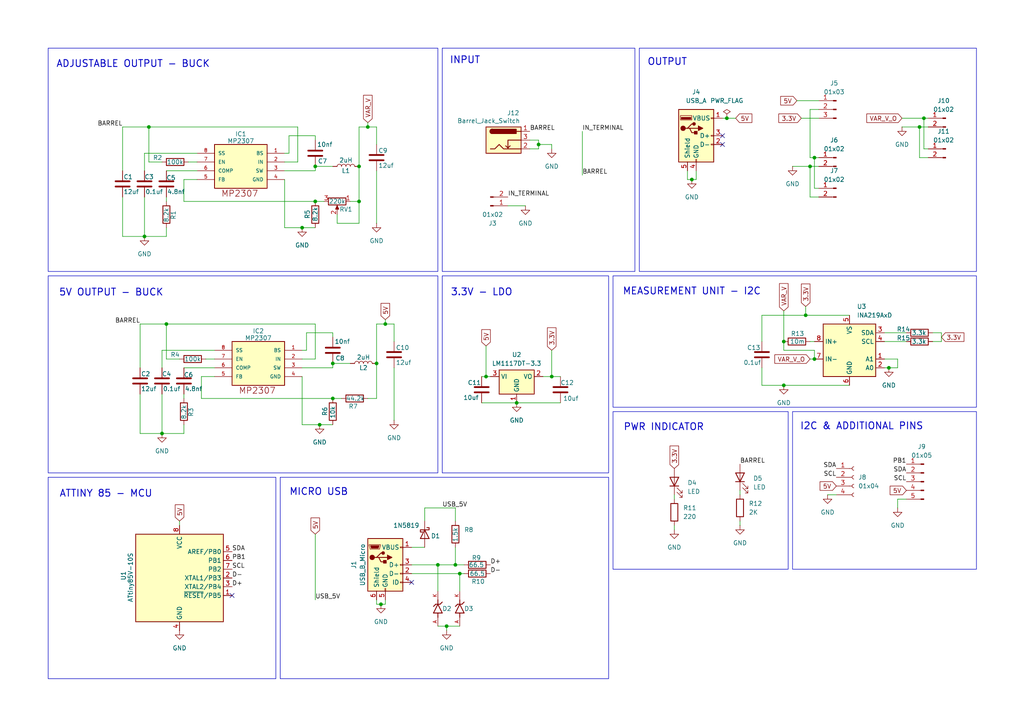
<source format=kicad_sch>
(kicad_sch (version 20250114) (generator "eeschema") (generator_version "9.0")
  (paper "A4")
  (title_block (title "OverEngineered - PSU ") (date "2025-12-28") (rev "V0") (company "KMT UNIVERSE") (comment 1 "OverEngineered BreadBoard Powersupply With Current and Voltage Measurement UNIT"))
  (lib_symbols
    (symbol "BZT52C3V6T-7:BZT52C3V6T-7" (pin_names (offset 1.016))
      (property "Reference" "D" (at -5.08 2.54 0))
      (property "Value" "BZT52C3V6T-7" (at -5.08 -3.81 0))
      (symbol "BZT52C3V6T-7_0_0"
        (pin passive line (at -5.08 0 0) (length 2.54) (name "~") (number "A"))
        (pin passive line (at 5.08 0 180) (length 2.54) (name "~") (number "K"))
      )
    )
    (symbol "Connector:Barrel_Jack_Switch" (pin_names (hide yes))
      (property "Reference" "J" (at 0 5.334 0))
      (property "Value" "Barrel_Jack_Switch" (at 0 -5.08 0))
      (symbol "Barrel_Jack_Switch_1_1"
        (pin passive line (at 7.62 2.54 180) (length 2.54) (name "~") (number "1"))
        (pin passive line (at 7.62 0 180) (length 2.54) (name "~") (number "3"))
        (pin passive line (at 7.62 -2.54 180) (length 2.54) (name "~") (number "2"))
      )
    )
    (symbol "Connector:Conn_01x02_Pin" (pin_names (offset 1.016) (hide yes))
      (property "Reference" "J" (at 0 2.54 0))
      (property "Value" "Conn_01x02_Pin" (at 0 -5.08 0))
      (symbol "Conn_01x02_Pin_1_1"
        (pin passive line (at 5.08 0 180) (length 3.81) (name "Pin_1") (number "1"))
        (pin passive line (at 5.08 -2.54 180) (length 3.81) (name "Pin_2") (number "2"))
      )
    )
    (symbol "Connector:Conn_01x03_Pin" (pin_names (offset 1.016) (hide yes))
      (property "Reference" "J" (at 0 5.08 0))
      (property "Value" "Conn_01x03_Pin" (at 0 -5.08 0))
      (symbol "Conn_01x03_Pin_1_1"
        (pin passive line (at 5.08 2.54 180) (length 3.81) (name "Pin_1") (number "1"))
        (pin passive line (at 5.08 0 180) (length 3.81) (name "Pin_2") (number "2"))
        (pin passive line (at 5.08 -2.54 180) (length 3.81) (name "Pin_3") (number "3"))
      )
    )
    (symbol "Connector:Conn_01x04_Socket" (pin_names (offset 1.016) (hide yes))
      (property "Reference" "J" (at 0 5.08 0))
      (property "Value" "Conn_01x04_Socket" (at 0 -7.62 0))
      (symbol "Conn_01x04_Socket_1_1"
        (pin passive line (at -5.08 2.54 0) (length 3.81) (name "Pin_1") (number "1"))
        (pin passive line (at -5.08 0 0) (length 3.81) (name "Pin_2") (number "2"))
        (pin passive line (at -5.08 -2.54 0) (length 3.81) (name "Pin_3") (number "3"))
        (pin passive line (at -5.08 -5.08 0) (length 3.81) (name "Pin_4") (number "4"))
      )
    )
    (symbol "Connector:Conn_01x05_Pin" (pin_names (offset 1.016) (hide yes))
      (property "Reference" "J" (at 0 7.62 0))
      (property "Value" "Conn_01x05_Pin" (at 0 -7.62 0))
      (symbol "Conn_01x05_Pin_1_1"
        (pin passive line (at 5.08 5.08 180) (length 3.81) (name "Pin_1") (number "1"))
        (pin passive line (at 5.08 2.54 180) (length 3.81) (name "Pin_2") (number "2"))
        (pin passive line (at 5.08 0 180) (length 3.81) (name "Pin_3") (number "3"))
        (pin passive line (at 5.08 -2.54 180) (length 3.81) (name "Pin_4") (number "4"))
        (pin passive line (at 5.08 -5.08 180) (length 3.81) (name "Pin_5") (number "5"))
      )
    )
    (symbol "Connector:USB_A" (pin_names (offset 1.016))
      (property "Reference" "J" (at -5.08 11.43 0))
      (property "Value" "USB_A" (at -5.08 8.89 0))
      (symbol "USB_A_1_1"
        (pin passive line (at -2.54 -10.16 90) (length 2.54) (name "Shield") (number "5"))
        (pin power_in line (at 0 -10.16 90) (length 2.54) (name "GND") (number "4"))
        (pin power_in line (at 7.62 5.08 180) (length 2.54) (name "VBUS") (number "1"))
        (pin bidirectional line (at 7.62 0 180) (length 2.54) (name "D+") (number "3"))
        (pin bidirectional line (at 7.62 -2.54 180) (length 2.54) (name "D-") (number "2"))
      )
    )
    (symbol "Connector:USB_B_Micro" (pin_names (offset 1.016))
      (property "Reference" "J" (at -5.08 11.43 0))
      (property "Value" "USB_B_Micro" (at -5.08 8.89 0))
      (symbol "USB_B_Micro_1_1"
        (pin passive line (at -2.54 -10.16 90) (length 2.54) (name "Shield") (number "6"))
        (pin power_out line (at 0 -10.16 90) (length 2.54) (name "GND") (number "5"))
        (pin power_out line (at 7.62 5.08 180) (length 2.54) (name "VBUS") (number "1"))
        (pin bidirectional line (at 7.62 0 180) (length 2.54) (name "D+") (number "3"))
        (pin bidirectional line (at 7.62 -2.54 180) (length 2.54) (name "D-") (number "2"))
        (pin passive line (at 7.62 -5.08 180) (length 2.54) (name "ID") (number "4"))
      )
    )
    (symbol "Device:C" (pin_numbers (hide yes)) (pin_names (offset 0.254))
      (property "Reference" "C" (at 0.635 2.54 0))
      (property "Value" "C" (at 0.635 -2.54 0))
      (symbol "C_1_1"
        (pin passive line (at 0 3.81 270) (length 2.794) (name "~") (number "1"))
        (pin passive line (at 0 -3.81 90) (length 2.794) (name "~") (number "2"))
      )
    )
    (symbol "Device:L" (pin_numbers (hide yes)) (pin_names (offset 1.016) (hide yes))
      (property "Reference" "L" (at -1.27 0 90))
      (property "Value" "L" (at 1.905 0 90))
      (symbol "L_1_1"
        (pin passive line (at 0 3.81 270) (length 1.27) (name "1") (number "1"))
        (pin passive line (at 0 -3.81 90) (length 1.27) (name "2") (number "2"))
      )
    )
    (symbol "Device:LED" (pin_numbers (hide yes)) (pin_names (offset 1.016) (hide yes))
      (property "Reference" "D" (at 0 2.54 0))
      (property "Value" "LED" (at 0 -2.54 0))
      (symbol "LED_1_1"
        (pin passive line (at -3.81 0 0) (length 2.54) (name "K") (number "1"))
        (pin passive line (at 3.81 0 180) (length 2.54) (name "A") (number "2"))
      )
    )
    (symbol "Device:R" (pin_numbers (hide yes)) (pin_names (offset 0))
      (property "Reference" "R" (at 2.032 0 90))
      (property "Value" "R" (at 0 0 90))
      (symbol "R_1_1"
        (pin passive line (at 0 3.81 270) (length 1.27) (name "~") (number "1"))
        (pin passive line (at 0 -3.81 90) (length 1.27) (name "~") (number "2"))
      )
    )
    (symbol "Device:R_Potentiometer" (pin_names (offset 1.016) (hide yes))
      (property "Reference" "RV" (at -4.445 0 90))
      (property "Value" "R_Potentiometer" (at -2.54 0 90))
      (symbol "R_Potentiometer_1_1"
        (pin passive line (at 0 3.81 270) (length 1.27) (name "1") (number "1"))
        (pin passive line (at 0 -3.81 90) (length 1.27) (name "3") (number "3"))
        (pin passive line (at 3.81 0 180) (length 1.27) (name "2") (number "2"))
      )
    )
    (symbol "Diode:1N5819" (pin_numbers (hide yes)) (pin_names (offset 1.016) (hide yes))
      (property "Reference" "D" (at 0 2.54 0))
      (property "Value" "1N5819" (at 0 -2.54 0))
      (symbol "1N5819_1_1"
        (pin passive line (at -3.81 0 0) (length 2.54) (name "K") (number "1"))
        (pin passive line (at 3.81 0 180) (length 2.54) (name "A") (number "2"))
      )
    )
    (symbol "MCU_Microchip_ATtiny:ATtiny85V-10S"
      (property "Reference" "U" (at -12.7 13.97 0))
      (property "Value" "ATtiny85V-10S" (at 2.54 -13.97 0))
      (symbol "ATtiny85V-10S_1_1"
        (pin power_in line (at 0 15.24 270) (length 2.54) (name "VCC") (number "8"))
        (pin power_in line (at 0 -15.24 90) (length 2.54) (name "GND") (number "4"))
        (pin bidirectional line (at 15.24 7.62 180) (length 2.54) (name "AREF/PB0") (number "5"))
        (pin bidirectional line (at 15.24 5.08 180) (length 2.54) (name "PB1") (number "6"))
        (pin bidirectional line (at 15.24 2.54 180) (length 2.54) (name "PB2") (number "7"))
        (pin bidirectional line (at 15.24 0 180) (length 2.54) (name "XTAL1/PB3") (number "2"))
        (pin bidirectional line (at 15.24 -2.54 180) (length 2.54) (name "XTAL2/PB4") (number "3"))
        (pin bidirectional line (at 15.24 -5.08 180) (length 2.54) (name "~{RESET}/PB5") (number "1"))
      )
    )
    (symbol "MP2307:MP2307" (pin_names (offset 1.016))
      (property "Reference" "IC" (at 0 0 0))
      (property "Value" "MP2307" (at -5.08 7.62 0))
      (symbol "MP2307_0_0"
        (text "MP2307" (at -5.08 -7.62 0) (effects (font (size 1.778 1.778)) (justify left bottom)))
        (pin bidirectional line (at -12.7 5.08 0) (length 5.08) (name "BS") (number "1"))
        (pin bidirectional line (at -12.7 2.54 0) (length 5.08) (name "IN") (number "2"))
        (pin bidirectional line (at -12.7 0 0) (length 5.08) (name "SW") (number "3"))
        (pin bidirectional line (at -12.7 -2.54 0) (length 5.08) (name "GND") (number "4"))
        (pin bidirectional line (at 12.7 5.08 180) (length 5.08) (name "SS") (number "8"))
        (pin bidirectional line (at 12.7 2.54 180) (length 5.08) (name "EN") (number "7"))
        (pin bidirectional line (at 12.7 0 180) (length 5.08) (name "COMP") (number "6"))
        (pin bidirectional line (at 12.7 -2.54 180) (length 5.08) (name "FB") (number "5"))
      )
    )
    (symbol "Regulator_Linear:LM1117DT-3.3"
      (property "Reference" "U" (at -3.81 3.175 0))
      (property "Value" "LM1117DT-3.3" (at 0 3.175 0))
      (symbol "LM1117DT-3.3_1_1"
        (pin power_in line (at -7.62 0 0) (length 2.54) (name "VI") (number "3"))
        (pin power_in line (at 0 -7.62 90) (length 2.54) (name "GND") (number "1"))
        (pin power_out line (at 7.62 0 180) (length 2.54) (name "VO") (number "2"))
      )
    )
    (symbol "Sensor_Energy:INA219AxD"
      (property "Reference" "U" (at -6.35 8.89 0))
      (property "Value" "INA219AxD" (at 5.08 8.89 0))
      (symbol "INA219AxD_1_1"
        (pin input line (at -10.16 2.54 0) (length 2.54) (name "IN+") (number "8"))
        (pin input line (at -10.16 -2.54 0) (length 2.54) (name "IN-") (number "7"))
        (pin power_in line (at 0 10.16 270) (length 2.54) (name "VS") (number "5"))
        (pin power_in line (at 0 -10.16 90) (length 2.54) (name "GND") (number "6"))
        (pin bidirectional line (at 10.16 5.08 180) (length 2.54) (name "SDA") (number "3"))
        (pin input line (at 10.16 2.54 180) (length 2.54) (name "SCL") (number "4"))
        (pin input line (at 10.16 -2.54 180) (length 2.54) (name "A1") (number "1"))
        (pin input line (at 10.16 -5.08 180) (length 2.54) (name "A0") (number "2"))
      )
    )
    (symbol "power:GND" (power) (pin_numbers (hide yes)) (pin_names (offset 0) (hide yes))
      (property "Value" "GND" (at 0 -3.81 0))
      (symbol "GND_1_1"
        (pin power_in line (at 0 0 270) (length 0) (name "~") (number "1"))
      )
    )
    (symbol "power:PWR_FLAG" (power) (pin_numbers (hide yes)) (pin_names (offset 0) (hide yes))
      (property "Value" "PWR_FLAG" (at 0 3.81 0))
      (symbol "PWR_FLAG_0_0"
        (pin power_out line (at 0 0 90) (length 0) (name "~") (number "1"))
      )
    )
  )
  (rectangle (start 177.8 119.38) (end 228.6 165.1))
  (rectangle (start 13.97 13.97) (end 127 78.74))
  (rectangle (start 13.97 138.43) (end 80.01 196.85))
  (rectangle (start 128.27 13.97) (end 184.15 78.74))
  (rectangle (start 229.87 119.38) (end 283.21 165.1))
  (rectangle (start 185.42 13.97) (end 283.21 78.74))
  (rectangle (start 128.27 80.01) (end 176.53 137.16))
  (rectangle (start 81.28 138.43) (end 176.53 196.85))
  (rectangle (start 13.97 80.01) (end 127 137.16))
  (rectangle (start 177.8 80.01) (end 283.21 118.11))
  (text "MICRO USB\n" (at 92.456 142.748 0) (effects (font (size 2 2) (thickness 0.254) (bold yes))))
  (text "INPUT " (at 135.636 17.526 0) (effects (font (size 2 2) (thickness 0.254) (bold yes))))
  (text "3.3V - LDO\n" (at 139.7 84.836 0) (effects (font (size 2 2) (thickness 0.254) (bold yes))))
  (text "PWR INDICATOR\n" (at 192.532 123.952 0) (effects (font (size 2 2) (thickness 0.254) (bold yes))))
  (text "ADJUSTABLE OUTPUT - BUCK\n\n " (at 38.608 21.844 0) (effects (font (size 2 2) (thickness 0.254) (bold yes))))
  (text "MEASUREMENT UNIT - I2C" (at 200.66 84.582 0) (effects (font (size 2 2) (thickness 0.254) (bold yes))))
  (text "I2C & ADDITIONAL PINS" (at 249.936 123.698 0) (effects (font (size 2 2) (thickness 0.254) (bold yes))))
  (text "5V OUTPUT - BUCK\n\n " (at 32.258 88.138 0) (effects (font (size 2 2) (thickness 0.254) (bold yes))))
  (text "OUTPUT\n" (at 193.548 18.034 0) (effects (font (size 2 2) (thickness 0.254) (bold yes))))
  (text "ATTINY 85 - MCU\n" (at 30.734 143.256 0) (effects (font (size 2 2) (thickness 0.254) (bold yes))))
  (junction (at 234.95 48.26))
  (junction (at 236.22 45.72))
  (junction (at 87.63 66.04))
  (junction (at 200.66 52.07))
  (junction (at 92.71 123.19))
  (junction (at 91.44 58.42))
  (junction (at 267.97 34.29))
  (junction (at 104.14 58.42))
  (junction (at 110.49 175.26))
  (junction (at 46.99 125.73))
  (junction (at 109.22 105.41))
  (junction (at 96.52 115.57))
  (junction (at 227.33 111.76))
  (junction (at 160.02 109.22))
  (junction (at 132.08 163.83))
  (junction (at 133.35 166.37))
  (junction (at 233.68 91.44))
  (junction (at 266.7 36.83))
  (junction (at 104.14 48.26))
  (junction (at 210.82 34.29))
  (junction (at 227.33 99.06))
  (junction (at 156.21 41.91))
  (junction (at 236.22 104.14))
  (junction (at 127 163.83))
  (junction (at 91.44 48.26))
  (junction (at 48.26 93.98))
  (junction (at 41.91 68.58))
  (junction (at 149.86 116.84))
  (junction (at 96.52 105.41))
  (junction (at 106.68 36.83))
  (junction (at 129.54 181.61))
  (junction (at 43.18 36.83))
  (junction (at 140.97 109.22))
  (junction (at 111.76 93.98))
  (junction (at 257.81 106.68))
  (no_connect (at 209.55 39.37))
  (no_connect (at 67.31 172.72))
  (no_connect (at 119.38 168.91))
  (no_connect (at 209.55 41.91))
  (wire (pts (xy 58.42 115.57) (xy 96.52 115.57)))
  (wire (pts (xy 260.35 104.14) (xy 260.35 106.68)))
  (wire (pts (xy 106.68 35.56) (xy 106.68 36.83)))
  (wire (pts (xy 156.21 41.91) (xy 160.02 41.91)))
  (wire (pts (xy 83.82 44.45) (xy 83.82 39.37)))
  (wire (pts (xy 267.97 43.18) (xy 269.24 43.18)))
  (wire (pts (xy 53.34 58.42) (xy 91.44 58.42)))
  (wire (pts (xy 210.82 34.29) (xy 213.36 34.29)))
  (wire (pts (xy 266.7 45.72) (xy 269.24 45.72)))
  (wire (pts (xy 91.44 39.37) (xy 91.44 40.64)))
  (wire (pts (xy 168.91 38.1) (xy 168.91 50.8)))
  (wire (pts (xy 195.58 152.4) (xy 195.58 153.67)))
  (wire (pts (xy 82.55 44.45) (xy 83.82 44.45)))
  (wire (pts (xy 127 163.83) (xy 127 171.45)))
  (wire (pts (xy 48.26 49.53) (xy 57.15 49.53)))
  (wire (pts (xy 96.52 115.57) (xy 99.06 115.57)))
  (wire (pts (xy 58.42 109.22) (xy 58.42 115.57)))
  (wire (pts (xy 101.6 58.42) (xy 104.14 58.42)))
  (wire (pts (xy 129.54 181.61) (xy 129.54 182.88)))
  (wire (pts (xy 104.14 64.77) (xy 97.79 64.77)))
  (wire (pts (xy 132.08 147.32) (xy 123.19 147.32)))
  (wire (pts (xy 41.91 68.58) (xy 48.26 68.58)))
  (wire (pts (xy 82.55 52.07) (xy 82.55 66.04)))
  (wire (pts (xy 111.76 92.71) (xy 111.76 93.98)))
  (wire (pts (xy 43.18 46.99) (xy 46.99 46.99)))
  (wire (pts (xy 227.33 111.76) (xy 220.98 111.76)))
  (wire (pts (xy 87.63 106.68) (xy 96.52 106.68)))
  (wire (pts (xy 234.95 31.75) (xy 234.95 45.72)))
  (wire (pts (xy 111.76 175.26) (xy 111.76 173.99)))
  (wire (pts (xy 127 163.83) (xy 132.08 163.83)))
  (wire (pts (xy 261.62 34.29) (xy 267.97 34.29)))
  (wire (pts (xy 246.38 111.76) (xy 227.33 111.76)))
  (wire (pts (xy 53.34 123.19) (xy 53.34 125.73)))
  (wire (pts (xy 106.68 115.57) (xy 109.22 115.57)))
  (wire (pts (xy 87.63 109.22) (xy 87.63 123.19)))
  (wire (pts (xy 91.44 49.53) (xy 91.44 48.26)))
  (wire (pts (xy 109.22 175.26) (xy 110.49 175.26)))
  (wire (pts (xy 123.19 147.32) (xy 123.19 151.13)))
  (wire (pts (xy 233.68 88.9) (xy 233.68 91.44)))
  (wire (pts (xy 104.14 58.42) (xy 104.14 64.77)))
  (wire (pts (xy 109.22 36.83) (xy 106.68 36.83)))
  (wire (pts (xy 53.34 114.3) (xy 53.34 115.57)))
  (wire (pts (xy 96.52 123.19) (xy 92.71 123.19)))
  (wire (pts (xy 256.54 99.06) (xy 262.89 99.06)))
  (wire (pts (xy 114.3 106.68) (xy 114.3 121.92)))
  (wire (pts (xy 41.91 44.45) (xy 57.15 44.45)))
  (wire (pts (xy 149.86 116.84) (xy 162.56 116.84)))
  (wire (pts (xy 139.7 116.84) (xy 149.86 116.84)))
  (wire (pts (xy 91.44 66.04) (xy 87.63 66.04)))
  (wire (pts (xy 91.44 93.98) (xy 48.26 93.98)))
  (wire (pts (xy 237.49 31.75) (xy 234.95 31.75)))
  (wire (pts (xy 260.35 106.68) (xy 257.81 106.68)))
  (wire (pts (xy 229.87 48.26) (xy 234.95 48.26)))
  (wire (pts (xy 156.21 43.18) (xy 153.67 43.18)))
  (wire (pts (xy 104.14 36.83) (xy 104.14 48.26)))
  (wire (pts (xy 246.38 91.44) (xy 233.68 91.44)))
  (wire (pts (xy 110.49 175.26) (xy 111.76 175.26)))
  (wire (pts (xy 220.98 111.76) (xy 220.98 106.68)))
  (wire (pts (xy 273.05 99.06) (xy 270.51 99.06)))
  (wire (pts (xy 53.34 106.68) (xy 62.23 106.68)))
  (wire (pts (xy 140.97 109.22) (xy 142.24 109.22)))
  (wire (pts (xy 234.95 99.06) (xy 236.22 99.06)))
  (wire (pts (xy 91.44 48.26) (xy 96.52 48.26)))
  (wire (pts (xy 87.63 101.6) (xy 88.9 101.6)))
  (wire (pts (xy 91.44 58.42) (xy 93.98 58.42)))
  (wire (pts (xy 257.81 106.68) (xy 256.54 106.68)))
  (wire (pts (xy 227.33 101.6) (xy 236.22 101.6)))
  (wire (pts (xy 147.32 59.69) (xy 152.4 59.69)))
  (wire (pts (xy 200.66 52.07) (xy 199.39 52.07)))
  (wire (pts (xy 214.63 142.24) (xy 214.63 143.51)))
  (wire (pts (xy 41.91 44.45) (xy 41.91 49.53)))
  (wire (pts (xy 46.99 101.6) (xy 62.23 101.6)))
  (wire (pts (xy 140.97 100.33) (xy 140.97 109.22)))
  (wire (pts (xy 201.93 52.07) (xy 200.66 52.07)))
  (wire (pts (xy 43.18 36.83) (xy 43.18 46.99)))
  (wire (pts (xy 87.63 66.04) (xy 82.55 66.04)))
  (wire (pts (xy 96.52 105.41) (xy 101.6 105.41)))
  (wire (pts (xy 133.35 166.37) (xy 134.62 166.37)))
  (wire (pts (xy 133.35 166.37) (xy 133.35 171.45)))
  (wire (pts (xy 43.18 36.83) (xy 35.56 36.83)))
  (wire (pts (xy 201.93 49.53) (xy 201.93 52.07)))
  (wire (pts (xy 156.21 40.64) (xy 156.21 41.91)))
  (wire (pts (xy 46.99 101.6) (xy 46.99 106.68)))
  (wire (pts (xy 53.34 52.07) (xy 53.34 58.42)))
  (wire (pts (xy 260.35 144.78) (xy 262.89 144.78)))
  (wire (pts (xy 132.08 163.83) (xy 134.62 163.83)))
  (wire (pts (xy 236.22 45.72) (xy 237.49 45.72)))
  (wire (pts (xy 86.36 46.99) (xy 86.36 36.83)))
  (wire (pts (xy 266.7 36.83) (xy 266.7 45.72)))
  (wire (pts (xy 119.38 163.83) (xy 127 163.83)))
  (wire (pts (xy 96.52 96.52) (xy 96.52 97.79)))
  (wire (pts (xy 220.98 91.44) (xy 220.98 99.06)))
  (wire (pts (xy 156.21 41.91) (xy 156.21 43.18)))
  (wire (pts (xy 114.3 93.98) (xy 111.76 93.98)))
  (wire (pts (xy 266.7 36.83) (xy 269.24 36.83)))
  (wire (pts (xy 240.03 143.51) (xy 242.57 143.51)))
  (wire (pts (xy 234.95 57.15) (xy 237.49 57.15)))
  (wire (pts (xy 97.79 64.77) (xy 97.79 62.23)))
  (wire (pts (xy 236.22 101.6) (xy 236.22 104.14)))
  (wire (pts (xy 232.41 34.29) (xy 237.49 34.29)))
  (wire (pts (xy 227.33 99.06) (xy 227.33 101.6)))
  (wire (pts (xy 199.39 52.07) (xy 199.39 49.53)))
  (wire (pts (xy 52.07 151.13) (xy 52.07 152.4)))
  (wire (pts (xy 109.22 105.41) (xy 109.22 115.57)))
  (wire (pts (xy 236.22 45.72) (xy 236.22 54.61)))
  (wire (pts (xy 46.99 114.3) (xy 46.99 125.73)))
  (wire (pts (xy 127 181.61) (xy 129.54 181.61)))
  (wire (pts (xy 132.08 158.75) (xy 132.08 163.83)))
  (wire (pts (xy 234.95 48.26) (xy 237.49 48.26)))
  (wire (pts (xy 267.97 34.29) (xy 267.97 43.18)))
  (wire (pts (xy 273.05 96.52) (xy 273.05 99.06)))
  (wire (pts (xy 91.44 104.14) (xy 91.44 93.98)))
  (wire (pts (xy 40.64 125.73) (xy 46.99 125.73)))
  (wire (pts (xy 40.64 93.98) (xy 40.64 106.68)))
  (wire (pts (xy 227.33 90.17) (xy 227.33 99.06)))
  (wire (pts (xy 54.61 46.99) (xy 57.15 46.99)))
  (wire (pts (xy 104.14 48.26) (xy 104.14 58.42)))
  (wire (pts (xy 109.22 93.98) (xy 109.22 105.41)))
  (wire (pts (xy 35.56 68.58) (xy 41.91 68.58)))
  (wire (pts (xy 256.54 96.52) (xy 262.89 96.52)))
  (wire (pts (xy 157.48 109.22) (xy 160.02 109.22)))
  (wire (pts (xy 48.26 66.04) (xy 48.26 68.58)))
  (wire (pts (xy 109.22 41.91) (xy 109.22 36.83)))
  (wire (pts (xy 91.44 154.94) (xy 91.44 173.99)))
  (wire (pts (xy 270.51 96.52) (xy 273.05 96.52)))
  (wire (pts (xy 88.9 96.52) (xy 96.52 96.52)))
  (wire (pts (xy 233.68 91.44) (xy 220.98 91.44)))
  (wire (pts (xy 153.67 40.64) (xy 156.21 40.64)))
  (wire (pts (xy 35.56 57.15) (xy 35.56 68.58)))
  (wire (pts (xy 40.64 114.3) (xy 40.64 125.73)))
  (wire (pts (xy 48.26 93.98) (xy 40.64 93.98)))
  (wire (pts (xy 129.54 181.61) (xy 133.35 181.61)))
  (wire (pts (xy 236.22 54.61) (xy 237.49 54.61)))
  (wire (pts (xy 234.95 45.72) (xy 236.22 45.72)))
  (wire (pts (xy 160.02 41.91) (xy 160.02 43.18)))
  (wire (pts (xy 86.36 36.83) (xy 43.18 36.83)))
  (wire (pts (xy 261.62 36.83) (xy 266.7 36.83)))
  (wire (pts (xy 109.22 49.53) (xy 109.22 64.77)))
  (wire (pts (xy 57.15 52.07) (xy 53.34 52.07)))
  (wire (pts (xy 92.71 123.19) (xy 87.63 123.19)))
  (wire (pts (xy 59.69 104.14) (xy 62.23 104.14)))
  (wire (pts (xy 87.63 104.14) (xy 91.44 104.14)))
  (wire (pts (xy 119.38 158.75) (xy 123.19 158.75)))
  (wire (pts (xy 109.22 173.99) (xy 109.22 175.26)))
  (wire (pts (xy 195.58 143.51) (xy 195.58 144.78)))
  (wire (pts (xy 114.3 99.06) (xy 114.3 93.98)))
  (wire (pts (xy 41.91 57.15) (xy 41.91 68.58)))
  (wire (pts (xy 48.26 93.98) (xy 48.26 104.14)))
  (wire (pts (xy 234.95 104.14) (xy 236.22 104.14)))
  (wire (pts (xy 106.68 36.83) (xy 104.14 36.83)))
  (wire (pts (xy 160.02 109.22) (xy 162.56 109.22)))
  (wire (pts (xy 82.55 49.53) (xy 91.44 49.53)))
  (wire (pts (xy 267.97 34.29) (xy 269.24 34.29)))
  (wire (pts (xy 83.82 39.37) (xy 91.44 39.37)))
  (wire (pts (xy 260.35 147.32) (xy 260.35 144.78)))
  (wire (pts (xy 234.95 48.26) (xy 234.95 57.15)))
  (wire (pts (xy 214.63 151.13) (xy 214.63 152.4)))
  (wire (pts (xy 48.26 104.14) (xy 52.07 104.14)))
  (wire (pts (xy 62.23 109.22) (xy 58.42 109.22)))
  (wire (pts (xy 209.55 34.29) (xy 210.82 34.29)))
  (wire (pts (xy 256.54 104.14) (xy 260.35 104.14)))
  (wire (pts (xy 35.56 36.83) (xy 35.56 49.53)))
  (wire (pts (xy 48.26 57.15) (xy 48.26 58.42)))
  (wire (pts (xy 46.99 125.73) (xy 53.34 125.73)))
  (wire (pts (xy 96.52 106.68) (xy 96.52 105.41)))
  (wire (pts (xy 111.76 93.98) (xy 109.22 93.98)))
  (wire (pts (xy 139.7 109.22) (xy 140.97 109.22)))
  (wire (pts (xy 160.02 101.6) (xy 160.02 109.22)))
  (wire (pts (xy 132.08 151.13) (xy 132.08 147.32)))
  (wire (pts (xy 82.55 46.99) (xy 86.36 46.99)))
  (wire (pts (xy 88.9 101.6) (xy 88.9 96.52)))
  (wire (pts (xy 119.38 166.37) (xy 133.35 166.37)))
  (wire (pts (xy 231.14 29.21) (xy 237.49 29.21)))
  (label "USB_5V" (at 128.27 147.32 0))
  (label "BARREL" (at 153.67 38.1 0))
  (label "SCL" (at 67.31 165.1 0))
  (label "D-" (at 67.31 167.64 0))
  (label "D-" (at 142.24 166.37 0))
  (label "SDA" (at 67.31 160.02 0))
  (label "IN_TERMINAL" (at 147.32 57.15 0))
  (label "SCL" (at 242.57 138.43 180))
  (label "BARREL" (at 35.56 36.83 180))
  (label "SDA" (at 242.57 135.89 180))
  (label "IN_TERMINAL" (at 168.91 38.1 0))
  (label "SDA" (at 262.89 137.16 180))
  (label "USB_5V" (at 91.44 173.99 0))
  (label "SCL" (at 262.89 139.7 180))
  (label "PB1" (at 67.31 162.56 0))
  (label "PB1" (at 262.89 134.62 180))
  (label "D+" (at 67.31 170.18 0))
  (label "BARREL" (at 40.64 93.98 180))
  (label "D+" (at 142.24 163.83 0))
  (label "BARREL" (at 214.63 134.62 0))
  (label "BARREL" (at 168.91 50.8 0))
  (global_label "VAR_V_O" (shape input) (at 234.95 104.14 180) (property "Intersheetrefs" "${INTERSHEET_REFS}" (effects (hide yes))))
  (global_label "5V" (shape input) (at 52.07 151.13 90) (property "Intersheetrefs" "${INTERSHEET_REFS}" (effects (hide yes))))
  (global_label "5V" (shape input) (at 231.14 29.21 180) (property "Intersheetrefs" "${INTERSHEET_REFS}" (effects (hide yes))))
  (global_label "3.3V" (shape input) (at 273.05 97.79 0) (property "Intersheetrefs" "${INTERSHEET_REFS}" (effects (hide yes))))
  (global_label "5V" (shape input) (at 140.97 100.33 90) (property "Intersheetrefs" "${INTERSHEET_REFS}" (effects (hide yes))))
  (global_label "5V" (shape input) (at 91.44 154.94 90) (property "Intersheetrefs" "${INTERSHEET_REFS}" (effects (hide yes))))
  (global_label "3.3V" (shape input) (at 233.68 88.9 90) (property "Intersheetrefs" "${INTERSHEET_REFS}" (effects (hide yes))))
  (global_label "5V" (shape input) (at 111.76 92.71 90) (property "Intersheetrefs" "${INTERSHEET_REFS}" (effects (hide yes))))
  (global_label "VAR_V" (shape input) (at 106.68 35.56 90) (property "Intersheetrefs" "${INTERSHEET_REFS}" (effects (hide yes))))
  (global_label "3.3V" (shape input) (at 232.41 34.29 180) (property "Intersheetrefs" "${INTERSHEET_REFS}" (effects (hide yes))))
  (global_label "5V" (shape input) (at 213.36 34.29 0) (property "Intersheetrefs" "${INTERSHEET_REFS}" (effects (hide yes))))
  (global_label "5V" (shape input) (at 242.57 140.97 180) (property "Intersheetrefs" "${INTERSHEET_REFS}" (effects (hide yes))))
  (global_label "VAR_V_O" (shape input) (at 261.62 34.29 180) (property "Intersheetrefs" "${INTERSHEET_REFS}" (effects (hide yes))))
  (global_label "3.3V" (shape input) (at 195.58 135.89 90) (property "Intersheetrefs" "${INTERSHEET_REFS}" (effects (hide yes))))
  (global_label "5V" (shape input) (at 262.89 142.24 180) (property "Intersheetrefs" "${INTERSHEET_REFS}" (effects (hide yes))))
  (global_label "VAR_V" (shape input) (at 227.33 90.17 90) (property "Intersheetrefs" "${INTERSHEET_REFS}" (effects (hide yes))))
  (global_label "3.3V" (shape input) (at 160.02 101.6 90) (property "Intersheetrefs" "${INTERSHEET_REFS}" (effects (hide yes))))
  (symbol (lib_id "Device:L") (at 100.33 48.26 90) (unit 1)
    (property "Reference" "L1" (at 100.33 49.53 90))
    (property "Value" "2uH" (at 100.33 46.482 90))
    (property "Footprint" "Inductor_SMD:L_0805_2012Metric_Pad1.05x1.20mm_HandSolder" (effects (hide yes)))
    (property "Description" "Inductor" (effects (hide yes)))
  )
  (symbol (lib_id "power:GND") (at 240.03 143.51 0) (unit 1)
    (property "Reference" "#PWR018" (effects (hide yes)))
    (property "Value" "GND" (at 240.03 148.59 0))
    (property "Description" "Power symbol creates a global label with name \"GND\" , ground" (effects (hide yes)))
  )
  (symbol (lib_id "power:GND") (at 200.66 52.07 0) (unit 1)
    (property "Reference" "#PWR014" (effects (hide yes)))
    (property "Value" "GND" (at 200.66 57.15 0))
    (property "Description" "Power symbol creates a global label with name \"GND\" , ground" (effects (hide yes)))
  )
  (symbol (lib_id "Connector:Conn_01x02_Pin") (at 242.57 54.61 0) (mirror y) (unit 1)
    (property "Reference" "J7" (at 241.935 49.53 0))
    (property "Value" "01x02" (at 241.935 52.07 0))
    (property "Footprint" "Connector_PinHeader_2.54mm:PinHeader_1x02_P2.54mm_Vertical" (effects (hide yes)))
    (property "Description" "Generic connector, single row, 01x02, script generated" (effects (hide yes)))
  )
  (symbol (lib_id "Device:LED") (at 214.63 138.43 90) (unit 1)
    (property "Reference" "D5" (at 218.44 138.7474 90) (effects (justify right)))
    (property "Value" "LED" (at 218.44 141.2874 90) (effects (justify right)))
    (property "Footprint" "LED_SMD:LED_0805_2012Metric_Pad1.15x1.40mm_HandSolder" (effects (hide yes)))
    (property "Description" "Light emitting diode" (effects (hide yes)))
    (property "Sim.Pins" "1=K 2=A" (effects (hide yes)))
  )
  (symbol (lib_id "power:GND") (at 260.35 147.32 0) (mirror y) (unit 1)
    (property "Reference" "#PWR020" (effects (hide yes)))
    (property "Value" "GND" (at 260.35 152.4 0))
    (property "Description" "Power symbol creates a global label with name \"GND\" , ground" (effects (hide yes)))
  )
  (symbol (lib_id "Connector:Conn_01x03_Pin") (at 242.57 31.75 0) (mirror y) (unit 1)
    (property "Reference" "J5" (at 241.935 24.13 0))
    (property "Value" "01x03" (at 241.935 26.67 0))
    (property "Footprint" "Connector_PinHeader_2.54mm:PinHeader_1x03_P2.54mm_Vertical" (effects (hide yes)))
    (property "Description" "Generic connector, single row, 01x03, script generated" (effects (hide yes)))
  )
  (symbol (lib_id "Device:C") (at 114.3 102.87 0) (unit 1)
    (property "Reference" "C10" (at 114.808 100.838 0) (effects (justify left)))
    (property "Value" "12uf" (at 114.808 105.156 0) (effects (justify left)))
    (property "Footprint" "Capacitor_Tantalum_SMD:CP_EIA-2012-15_AVX-P_HandSolder" (effects (hide yes)))
    (property "Description" "Unpolarized capacitor" (effects (hide yes)))
  )
  (symbol (lib_id "power:GND") (at 160.02 43.18 0) (unit 1)
    (property "Reference" "#PWR011" (effects (hide yes)))
    (property "Value" "GND" (at 160.02 48.26 0))
    (property "Description" "Power symbol creates a global label with name \"GND\" , ground" (effects (hide yes)))
  )
  (symbol (lib_id "Device:R") (at 231.14 99.06 270) (unit 1)
    (property "Reference" "R13" (at 229.362 96.774 90) (effects (justify left)))
    (property "Value" "10m" (at 229.108 99.06 90) (effects (justify left)))
    (property "Footprint" "Resistor_SMD:R_2512_6332Metric_Pad1.40x3.35mm_HandSolder" (effects (hide yes)))
    (property "Description" "Resistor" (effects (hide yes)))
  )
  (symbol (lib_id "power:GND") (at 227.33 111.76 0) (unit 1)
    (property "Reference" "#PWR016" (effects (hide yes)))
    (property "Value" "GND" (at 227.33 116.84 0))
    (property "Description" "Power symbol creates a global label with name \"GND\" , ground" (effects (hide yes)))
  )
  (symbol (lib_id "Connector:Conn_01x02_Pin") (at 242.57 45.72 0) (mirror y) (unit 1)
    (property "Reference" "J6" (at 241.935 40.64 0))
    (property "Value" "01x02" (at 241.935 43.18 0))
    (property "Footprint" "TerminalBlock_Phoenix:TerminalBlock_Phoenix_PT-1,5-2-3.5-H_1x02_P3.50mm_Horizontal" (effects (hide yes)))
    (property "Description" "Generic connector, single row, 01x02, script generated" (effects (hide yes)))
  )
  (symbol (lib_id "Device:R") (at 50.8 46.99 90) (unit 1)
    (property "Reference" "R2" (at 45.72 45.72 90))
    (property "Value" "100k" (at 50.8 46.99 90))
    (property "Footprint" "Resistor_SMD:R_0805_2012Metric_Pad1.20x1.40mm_HandSolder" (effects (hide yes)))
    (property "Description" "Resistor" (effects (hide yes)))
  )
  (symbol (lib_id "power:GND") (at 257.81 106.68 0) (unit 1)
    (property "Reference" "#PWR019" (effects (hide yes)))
    (property "Value" "GND" (at 257.81 111.76 0))
    (property "Description" "Power symbol creates a global label with name \"GND\" , ground" (effects (hide yes)))
  )
  (symbol (lib_id "power:GND") (at 46.99 125.73 0) (unit 1)
    (property "Reference" "#PWR02" (effects (hide yes)))
    (property "Value" "GND" (at 46.99 130.81 0))
    (property "Description" "Power symbol creates a global label with name \"GND\" , ground" (effects (hide yes)))
  )
  (symbol (lib_id "power:GND") (at 214.63 152.4 0) (unit 1)
    (property "Reference" "#PWR015" (effects (hide yes)))
    (property "Value" "GND" (at 214.63 157.48 0))
    (property "Description" "Power symbol creates a global label with name \"GND\" , ground" (effects (hide yes)))
  )
  (symbol (lib_id "Device:L") (at 105.41 105.41 90) (unit 1)
    (property "Reference" "L2" (at 105.41 106.68 90))
    (property "Value" "2uH" (at 105.41 103.632 90))
    (property "Footprint" "Inductor_SMD:L_0805_2012Metric_Pad1.05x1.20mm_HandSolder" (effects (hide yes)))
    (property "Description" "Inductor" (effects (hide yes)))
  )
  (symbol (lib_id "MP2307:MP2307") (at 74.93 106.68 0) (mirror y) (unit 1)
    (property "Reference" "IC2" (at 74.93 96.012 0))
    (property "Value" "MP2307" (at 74.93 98.044 0))
    (property "Footprint" "MP2307.preety:SO8-TH" (effects (hide yes)))
    (property "MF" "Monolithic Power" (effects (hide yes)))
    (property "Description_1" "Buck Switching Regulator IC Positive Adjustable 0.925V 1 Output 3A 8-SOIC (0.154, 3.90mm Width) Exposed Pad" (effects (hide yes)))
    (property "Package" "SOIC-8 Monolithic Power" (effects (hide yes)))
    (property "Price" "None" (effects (hide yes)))
    (property "SnapEDA_Link" "https://www.snapeda.com/parts/MP2307/Monolithic+Power+Systems/view-part/?ref=snap" (effects (hide yes)))
    (property "MP" "MP2307" (effects (hide yes)))
    (property "Purchase-URL" "https://www.snapeda.com/api/url_track_click_mouser/?unipart_id=2874586&manufacturer=Monolithic Power&part_name=MP2307&search_term=None" (effects (hide yes)))
    (property "Availability" "Not in stock" (effects (hide yes)))
    (property "Check_prices" "https://www.snapeda.com/parts/MP2307/Monolithic+Power+Systems/view-part/?ref=eda" (effects (hide yes)))
  )
  (symbol (lib_id "power:GND") (at 110.49 175.26 0) (unit 1)
    (property "Reference" "#PWR07" (effects (hide yes)))
    (property "Value" "GND" (at 110.49 180.34 0))
    (property "Description" "Power symbol creates a global label with name \"GND\" , ground" (effects (hide yes)))
  )
  (symbol (lib_id "MCU_Microchip_ATtiny:ATtiny85V-10S") (at 52.07 167.64 0) (unit 1)
    (property "Reference" "U1" (at 35.814 165.608 90) (effects (justify right)))
    (property "Value" "ATtiny85V-10S" (at 37.846 160.274 90) (effects (justify right)))
    (property "Footprint" "Package_SO:SOIC-8_5.3x5.3mm_P1.27mm" (effects (hide yes)))
    (property "Datasheet" "http://ww1.microchip.com/downloads/en/DeviceDoc/atmel-2586-avr-8-bit-microcontroller-attiny25-attiny45-attiny85_datasheet.pdf" (effects (hide yes)))
    (property "Description" "10MHz, 8kB Flash, 512B SRAM, 512B EEPROM, debugWIRE, SOIC-8" (effects (hide yes)))
  )
  (symbol (lib_id "BZT52C3V6T-7:BZT52C3V6T-7") (at 127 176.53 90) (unit 1)
    (property "Reference" "D2" (at 128.27 176.53 90) (effects (justify right)))
    (property "Value" "BZT52C3V6T-7" (effects (hide yes)))
    (property "Footprint" "BZT52C3V6T-7.preety:DIO_BZT52C3V6T-7" (effects (hide yes)))
    (property "MF" "Diodes Inc." (effects (hide yes)))
    (property "MAXIMUM_PACKAGE_HEIGHT" "0.65mm" (effects (hide yes)))
    (property "Package" "SOD-523 Diodes Inc." (effects (hide yes)))
    (property "Price" "None" (effects (hide yes)))
    (property "Check_prices" "https://www.snapeda.com/parts/BZT52C3V6T-7/Diodes+Inc./view-part/?ref=eda" (effects (hide yes)))
    (property "STANDARD" "Manufacturer Recommendations" (effects (hide yes)))
    (property "PARTREV" "17 - 2" (effects (hide yes)))
    (property "SnapEDA_Link" "https://www.snapeda.com/parts/BZT52C3V6T-7/Diodes+Inc./view-part/?ref=snap" (effects (hide yes)))
    (property "MP" "BZT52C3V6T-7" (effects (hide yes)))
    (property "Purchase-URL" "https://www.snapeda.com/api/url_track_click_mouser/?unipart_id=559079&manufacturer=Diodes Inc.&part_name=BZT52C3V6T-7&search_term=None" (effects (hide yes)))
    (property "Description_1" "Diode Zener 3.6V 6% 300mW 2Pin SOD523 | Diodes Inc BZT52C3V6T-7" (effects (hide yes)))
    (property "Availability" "In Stock" (effects (hide yes)))
    (property "MANUFACTURER" "Diodes Inc." (effects (hide yes)))
  )
  (symbol (lib_id "Device:C") (at 41.91 53.34 0) (unit 1)
    (property "Reference" "C3" (at 41.91 51.308 0) (effects (justify left)))
    (property "Value" "0.1uf" (at 42.164 55.626 0) (effects (justify left)))
    (property "Footprint" "Capacitor_SMD:C_0805_2012Metric_Pad1.18x1.45mm_HandSolder" (effects (hide yes)))
    (property "Description" "Unpolarized capacitor" (effects (hide yes)))
  )
  (symbol (lib_id "power:GND") (at 87.63 66.04 0) (unit 1)
    (property "Reference" "#PWR04" (effects (hide yes)))
    (property "Value" "GND" (at 87.63 71.12 0))
    (property "Description" "Power symbol creates a global label with name \"GND\" , ground" (effects (hide yes)))
  )
  (symbol (lib_id "power:GND") (at 41.91 68.58 0) (unit 1)
    (property "Reference" "#PWR01" (effects (hide yes)))
    (property "Value" "GND" (at 41.91 73.66 0))
    (property "Description" "Power symbol creates a global label with name \"GND\" , ground" (effects (hide yes)))
  )
  (symbol (lib_id "Device:C") (at 96.52 101.6 0) (unit 1)
    (property "Reference" "C8" (at 97.282 103.886 0) (effects (justify left)))
    (property "Value" "10nf" (at 97.028 99.06 0) (effects (justify left)))
    (property "Footprint" "Capacitor_SMD:C_0805_2012Metric_Pad1.18x1.45mm_HandSolder" (effects (hide yes)))
    (property "Description" "Unpolarized capacitor" (effects (hide yes)))
  )
  (symbol (lib_id "Device:R") (at 214.63 147.32 0) (unit 1)
    (property "Reference" "R12" (at 217.17 146.0499 0) (effects (justify left)))
    (property "Value" "2K" (at 217.17 148.5899 0) (effects (justify left)))
    (property "Footprint" "Resistor_SMD:R_0805_2012Metric_Pad1.20x1.40mm_HandSolder" (effects (hide yes)))
    (property "Description" "Resistor" (effects (hide yes)))
  )
  (symbol (lib_id "Device:C") (at 91.44 44.45 0) (unit 1)
    (property "Reference" "C7" (at 92.202 46.736 0) (effects (justify left)))
    (property "Value" "10nf" (at 91.948 41.91 0) (effects (justify left)))
    (property "Footprint" "Capacitor_SMD:C_0805_2012Metric_Pad1.18x1.45mm_HandSolder" (effects (hide yes)))
    (property "Description" "Unpolarized capacitor" (effects (hide yes)))
  )
  (symbol (lib_id "Device:C") (at 35.56 53.34 0) (unit 1)
    (property "Reference" "C1" (at 35.814 51.308 0) (effects (justify left)))
    (property "Value" "12uf" (at 35.814 55.626 0) (effects (justify left)))
    (property "Footprint" "Capacitor_Tantalum_SMD:CP_EIA-2012-15_AVX-P_HandSolder" (effects (hide yes)))
    (property "Description" "Unpolarized capacitor" (effects (hide yes)))
  )
  (symbol (lib_id "Device:C") (at 48.26 53.34 0) (unit 1)
    (property "Reference" "C5" (at 48.26 51.562 0) (effects (justify left)))
    (property "Value" "4.8nf" (at 48.514 55.626 0) (effects (justify left)))
    (property "Footprint" "Capacitor_SMD:C_0805_2012Metric_Pad1.18x1.45mm_HandSolder" (effects (hide yes)))
    (property "Description" "Unpolarized capacitor" (effects (hide yes)))
  )
  (symbol (lib_id "Device:R") (at 138.43 166.37 90) (unit 1)
    (property "Reference" "R10" (at 138.684 168.656 90))
    (property "Value" "66.5" (at 138.43 166.37 90))
    (property "Footprint" "Resistor_SMD:R_0805_2012Metric_Pad1.20x1.40mm_HandSolder" (effects (hide yes)))
    (property "Description" "Resistor" (effects (hide yes)))
  )
  (symbol (lib_id "Device:R") (at 48.26 62.23 0) (unit 1)
    (property "Reference" "R1" (at 50.292 63.754 90) (effects (justify left)))
    (property "Value" "8.2k" (at 48.26 64.516 90) (effects (justify left)))
    (property "Footprint" "Resistor_SMD:R_0805_2012Metric_Pad1.20x1.40mm_HandSolder" (effects (hide yes)))
    (property "Description" "Resistor" (effects (hide yes)))
  )
  (symbol (lib_id "power:GND") (at 109.22 64.77 0) (unit 1)
    (property "Reference" "#PWR06" (effects (hide yes)))
    (property "Value" "GND" (at 109.22 69.85 0))
    (property "Description" "Power symbol creates a global label with name \"GND\" , ground" (effects (hide yes)))
  )
  (symbol (lib_id "MP2307:MP2307") (at 69.85 49.53 0) (mirror y) (unit 1)
    (property "Reference" "IC1" (at 69.85 38.862 0))
    (property "Value" "MP2307" (at 69.85 40.894 0))
    (property "Footprint" "MP2307.preety:SO8-TH" (effects (hide yes)))
    (property "MF" "Monolithic Power" (effects (hide yes)))
    (property "Description_1" "Buck Switching Regulator IC Positive Adjustable 0.925V 1 Output 3A 8-SOIC (0.154, 3.90mm Width) Exposed Pad" (effects (hide yes)))
    (property "Package" "SOIC-8 Monolithic Power" (effects (hide yes)))
    (property "Price" "None" (effects (hide yes)))
    (property "SnapEDA_Link" "https://www.snapeda.com/parts/MP2307/Monolithic+Power+Systems/view-part/?ref=snap" (effects (hide yes)))
    (property "MP" "MP2307" (effects (hide yes)))
    (property "Purchase-URL" "https://www.snapeda.com/api/url_track_click_mouser/?unipart_id=2874586&manufacturer=Monolithic Power&part_name=MP2307&search_term=None" (effects (hide yes)))
    (property "Availability" "Not in stock" (effects (hide yes)))
    (property "Check_prices" "https://www.snapeda.com/parts/MP2307/Monolithic+Power+Systems/view-part/?ref=eda" (effects (hide yes)))
  )
  (symbol (lib_id "Device:C") (at 40.64 110.49 0) (unit 1)
    (property "Reference" "C2" (at 40.894 108.458 0) (effects (justify left)))
    (property "Value" "12uf" (at 40.894 112.776 0) (effects (justify left)))
    (property "Footprint" "Capacitor_Tantalum_SMD:CP_EIA-2012-15_AVX-P_HandSolder" (effects (hide yes)))
    (property "Description" "Unpolarized capacitor" (effects (hide yes)))
  )
  (symbol (lib_id "Connector:USB_B_Micro") (at 111.76 163.83 0) (unit 1)
    (property "Reference" "J1" (at 102.616 163.83 90))
    (property "Value" "USB_B_Micro" (at 105.156 163.83 90))
    (property "Footprint" "Connector_USB:USB_Micro-B_XKB_U254-051T-4BH83-F1S" (effects (hide yes)))
    (property "Description" "USB Micro Type B connector" (effects (hide yes)))
  )
  (symbol (lib_id "Device:R") (at 91.44 62.23 0) (unit 1)
    (property "Reference" "R5" (at 89.154 63.5 90) (effects (justify left)))
    (property "Value" "8.2k" (at 91.44 64.262 90) (effects (justify left)))
    (property "Footprint" "Resistor_SMD:R_0805_2012Metric_Pad1.20x1.40mm_HandSolder" (effects (hide yes)))
    (property "Description" "Resistor" (effects (hide yes)))
  )
  (symbol (lib_id "Device:C") (at 109.22 45.72 0) (unit 1)
    (property "Reference" "C9" (at 109.728 43.688 0) (effects (justify left)))
    (property "Value" "12uf" (at 109.728 48.006 0) (effects (justify left)))
    (property "Footprint" "Capacitor_Tantalum_SMD:CP_EIA-2012-15_AVX-P_HandSolder" (effects (hide yes)))
    (property "Description" "Unpolarized capacitor" (effects (hide yes)))
  )
  (symbol (lib_id "Connector:Conn_01x04_Socket") (at 247.65 138.43 0) (unit 1)
    (property "Reference" "J8" (at 248.92 138.4299 0) (effects (justify left)))
    (property "Value" "01x04" (at 248.92 140.9699 0) (effects (justify left)))
    (property "Footprint" "Connector_PinSocket_2.54mm:PinSocket_1x04_P2.54mm_Vertical" (effects (hide yes)))
    (property "Description" "Generic connector, single row, 01x04, script generated" (effects (hide yes)))
  )
  (symbol (lib_id "power:PWR_FLAG") (at 210.82 34.29 0) (unit 1)
    (property "Reference" "#FLG01" (effects (hide yes)))
    (property "Value" "PWR_FLAG" (at 210.82 29.21 0))
    (property "Description" "Special symbol for telling ERC where power comes from" (effects (hide yes)))
  )
  (symbol (lib_id "power:GND") (at 152.4 59.69 0) (unit 1)
    (property "Reference" "#PWR012" (effects (hide yes)))
    (property "Value" "GND" (at 152.4 64.77 0))
    (property "Description" "Power symbol creates a global label with name \"GND\" , ground" (effects (hide yes)))
  )
  (symbol (lib_id "Connector:Barrel_Jack_Switch") (at 146.05 40.64 0) (unit 1)
    (property "Reference" "J12" (at 148.844 32.766 0))
    (property "Value" "Barrel_Jack_Switch" (at 141.732 35.052 0))
    (property "Footprint" "Connector_BarrelJack:BarrelJack_GCT_DCJ200-10-A_Horizontal" (effects (hide yes)))
    (property "Description" "DC Barrel Jack with an internal switch" (effects (hide yes)))
  )
  (symbol (lib_id "power:GND") (at 52.07 182.88 0) (unit 1)
    (property "Reference" "#PWR03" (effects (hide yes)))
    (property "Value" "GND" (at 52.07 187.96 0))
    (property "Description" "Power symbol creates a global label with name \"GND\" , ground" (effects (hide yes)))
  )
  (symbol (lib_id "power:GND") (at 114.3 121.92 0) (unit 1)
    (property "Reference" "#PWR08" (effects (hide yes)))
    (property "Value" "GND" (at 114.3 127 0))
    (property "Description" "Power symbol creates a global label with name \"GND\" , ground" (effects (hide yes)))
  )
  (symbol (lib_id "power:GND") (at 149.86 116.84 0) (unit 1)
    (property "Reference" "#PWR010" (effects (hide yes)))
    (property "Value" "GND" (at 149.86 121.92 0))
    (property "Description" "Power symbol creates a global label with name \"GND\" , ground" (effects (hide yes)))
  )
  (symbol (lib_id "power:GND") (at 261.62 36.83 0) (unit 1)
    (property "Reference" "#PWR021" (effects (hide yes)))
    (property "Value" "GND" (at 261.62 41.91 0))
    (property "Description" "Power symbol creates a global label with name \"GND\" , ground" (effects (hide yes)))
  )
  (symbol (lib_id "Device:R") (at 195.58 148.59 0) (unit 1)
    (property "Reference" "R11" (at 198.12 147.3199 0) (effects (justify left)))
    (property "Value" "220" (at 198.12 149.8599 0) (effects (justify left)))
    (property "Footprint" "Resistor_SMD:R_0805_2012Metric_Pad1.20x1.40mm_HandSolder" (effects (hide yes)))
    (property "Description" "Resistor" (effects (hide yes)))
  )
  (symbol (lib_id "Connector:Conn_01x05_Pin") (at 267.97 139.7 0) (mirror y) (unit 1)
    (property "Reference" "J9" (at 267.335 129.54 0))
    (property "Value" "01x05" (at 267.335 132.08 0))
    (property "Footprint" "Connector_PinSocket_2.54mm:PinSocket_1x05_P2.54mm_Vertical" (effects (hide yes)))
    (property "Description" "Generic connector, single row, 01x05, script generated" (effects (hide yes)))
  )
  (symbol (lib_id "Diode:1N5819") (at 123.19 154.94 270) (unit 1)
    (property "Reference" "D1" (at 124.968 155.448 90) (effects (justify left)))
    (property "Value" "1N5819" (at 114.046 152.4 90) (effects (justify left)))
    (property "Footprint" "Diode_SMD:D_0805_2012Metric_Pad1.15x1.40mm_HandSolder" (effects (hide yes)))
    (property "Datasheet" "http://www.vishay.com/docs/88525/1n5817.pdf" (effects (hide yes)))
    (property "Description" "40V 1A Schottky Barrier Rectifier Diode, DO-41" (effects (hide yes)))
  )
  (symbol (lib_id "Regulator_Linear:LM1117DT-3.3") (at 149.86 109.22 0) (unit 1)
    (property "Reference" "U2" (at 149.86 102.87 0))
    (property "Value" "LM1117DT-3.3" (at 149.86 105.41 0))
    (property "Footprint" "Package_TO_SOT_SMD:TO-252-3_TabPin2" (effects (hide yes)))
    (property "Datasheet" "http://www.ti.com/lit/ds/symlink/lm1117.pdf" (effects (hide yes)))
    (property "Description" "800mA Low-Dropout Linear Regulator, 3.3V fixed output, TO-252" (effects (hide yes)))
  )
  (symbol (lib_id "Device:R") (at 138.43 163.83 90) (unit 1)
    (property "Reference" "R9" (at 138.176 161.798 90))
    (property "Value" "66.5" (at 138.176 163.83 90))
    (property "Footprint" "Resistor_SMD:R_0805_2012Metric_Pad1.20x1.40mm_HandSolder" (effects (hide yes)))
    (property "Description" "Resistor" (effects (hide yes)))
  )
  (symbol (lib_id "power:GND") (at 92.71 123.19 0) (unit 1)
    (property "Reference" "#PWR05" (effects (hide yes)))
    (property "Value" "GND" (at 92.71 128.27 0))
    (property "Description" "Power symbol creates a global label with name \"GND\" , ground" (effects (hide yes)))
  )
  (symbol (lib_id "Device:R") (at 132.08 154.94 0) (unit 1)
    (property "Reference" "R8" (at 134.62 153.6699 0) (effects (justify left)))
    (property "Value" "1.5k" (at 132.08 157.226 90) (effects (justify left)))
    (property "Footprint" "Resistor_SMD:R_0805_2012Metric_Pad1.20x1.40mm_HandSolder" (effects (hide yes)))
    (property "Description" "Resistor" (effects (hide yes)))
  )
  (symbol (lib_id "Device:R") (at 102.87 115.57 270) (unit 1)
    (property "Reference" "R7" (at 101.092 117.856 90) (effects (justify left)))
    (property "Value" "44.2k" (at 100.33 115.57 90) (effects (justify left)))
    (property "Footprint" "Resistor_SMD:R_0805_2012Metric_Pad1.20x1.40mm_HandSolder" (effects (hide yes)))
    (property "Description" "Resistor" (effects (hide yes)))
  )
  (symbol (lib_id "Connector:Conn_01x02_Pin") (at 142.24 59.69 0) (mirror x) (unit 1)
    (property "Reference" "J3" (at 142.875 64.77 0))
    (property "Value" "01x02" (at 142.875 62.23 0))
    (property "Footprint" "TerminalBlock_Phoenix:TerminalBlock_Phoenix_PT-1,5-2-3.5-H_1x02_P3.50mm_Horizontal" (effects (hide yes)))
    (property "Description" "Generic connector, single row, 01x02, script generated" (effects (hide yes)))
  )
  (symbol (lib_id "power:GND") (at 195.58 153.67 0) (unit 1)
    (property "Reference" "#PWR013" (effects (hide yes)))
    (property "Value" "GND" (at 195.58 158.75 0))
    (property "Description" "Power symbol creates a global label with name \"GND\" , ground" (effects (hide yes)))
  )
  (symbol (lib_id "Device:R") (at 266.7 96.52 270) (unit 1)
    (property "Reference" "R14" (at 260.096 95.504 90) (effects (justify left)))
    (property "Value" "3.3k" (at 264.414 96.52 90) (effects (justify left)))
    (property "Footprint" "Resistor_SMD:R_0805_2012Metric_Pad1.20x1.40mm_HandSolder" (effects (hide yes)))
    (property "Description" "Resistor" (effects (hide yes)))
  )
  (symbol (lib_id "Device:R") (at 55.88 104.14 90) (unit 1)
    (property "Reference" "R4" (at 50.8 102.87 90))
    (property "Value" "100k" (at 55.88 104.14 90))
    (property "Footprint" "Resistor_SMD:R_0805_2012Metric_Pad1.20x1.40mm_HandSolder" (effects (hide yes)))
    (property "Description" "Resistor" (effects (hide yes)))
  )
  (symbol (lib_id "power:GND") (at 229.87 48.26 0) (unit 1)
    (property "Reference" "#PWR017" (effects (hide yes)))
    (property "Value" "GND" (at 229.87 53.34 0))
    (property "Description" "Power symbol creates a global label with name \"GND\" , ground" (effects (hide yes)))
  )
  (symbol (lib_id "power:GND") (at 129.54 182.88 0) (unit 1)
    (property "Reference" "#PWR09" (effects (hide yes)))
    (property "Value" "GND" (at 129.54 187.96 0))
    (property "Description" "Power symbol creates a global label with name \"GND\" , ground" (effects (hide yes)))
  )
  (symbol (lib_id "Device:C") (at 46.99 110.49 0) (unit 1)
    (property "Reference" "C4" (at 46.99 108.458 0) (effects (justify left)))
    (property "Value" "0.1uf" (at 47.244 112.776 0) (effects (justify left)))
    (property "Footprint" "Capacitor_SMD:C_0805_2012Metric_Pad1.18x1.45mm_HandSolder" (effects (hide yes)))
    (property "Description" "Unpolarized capacitor" (effects (hide yes)))
  )
  (symbol (lib_id "Device:C") (at 220.98 102.87 0) (unit 1)
    (property "Reference" "C13" (at 216.662 100.838 0) (effects (justify left)))
    (property "Value" "0.1uf" (at 215.646 105.156 0) (effects (justify left)))
    (property "Footprint" "Capacitor_SMD:C_0805_2012Metric_Pad1.18x1.45mm_HandSolder" (effects (hide yes)))
    (property "Description" "Unpolarized capacitor" (effects (hide yes)))
  )
  (symbol (lib_id "Sensor_Energy:INA219AxD") (at 246.38 101.6 0) (unit 1)
    (property "Reference" "U3" (at 248.5233 88.9 0) (effects (justify left)))
    (property "Value" "INA219AxD" (at 248.5233 91.44 0) (effects (justify left)))
    (property "Footprint" "Package_SO:SOIC-8_3.9x4.9mm_P1.27mm" (effects (hide yes)))
    (property "Datasheet" "http://www.ti.com/lit/ds/symlink/ina219.pdf" (effects (hide yes)))
    (property "Description" "Zero-Drift, Bidirectional Current/Power Monitor (0-26V) With I2C Interface, SOIC-8" (effects (hide yes)))
  )
  (symbol (lib_id "Device:C") (at 53.34 110.49 0) (unit 1)
    (property "Reference" "C6" (at 53.34 108.712 0) (effects (justify left)))
    (property "Value" "4.8nf" (at 53.594 112.776 0) (effects (justify left)))
    (property "Footprint" "Capacitor_SMD:C_0805_2012Metric_Pad1.18x1.45mm_HandSolder" (effects (hide yes)))
    (property "Description" "Unpolarized capacitor" (effects (hide yes)))
  )
  (symbol (lib_id "Device:R") (at 96.52 119.38 0) (unit 1)
    (property "Reference" "R6" (at 94.234 120.65 90) (effects (justify left)))
    (property "Value" "10k" (at 96.52 121.412 90) (effects (justify left)))
    (property "Footprint" "Resistor_SMD:R_0805_2012Metric_Pad1.20x1.40mm_HandSolder" (effects (hide yes)))
    (property "Description" "Resistor" (effects (hide yes)))
  )
  (symbol (lib_id "Connector:USB_A") (at 201.93 39.37 0) (unit 1)
    (property "Reference" "J4" (at 201.93 26.67 0))
    (property "Value" "USB_A" (at 201.93 29.21 0))
    (property "Footprint" "Connector_USB:USB_A_Molex_67643_Horizontal" (effects (hide yes)))
    (property "Description" "USB Type A connector" (effects (hide yes)))
  )
  (symbol (lib_id "Device:LED") (at 195.58 139.7 90) (unit 1)
    (property "Reference" "D4" (at 199.39 140.0174 90) (effects (justify right)))
    (property "Value" "LED" (at 199.39 142.5574 90) (effects (justify right)))
    (property "Footprint" "LED_SMD:LED_0805_2012Metric_Pad1.15x1.40mm_HandSolder" (effects (hide yes)))
    (property "Description" "Light emitting diode" (effects (hide yes)))
    (property "Sim.Pins" "1=K 2=A" (effects (hide yes)))
  )
  (symbol (lib_id "Connector:Conn_01x02_Pin") (at 274.32 34.29 0) (mirror y) (unit 1)
    (property "Reference" "J10" (at 273.685 29.21 0))
    (property "Value" "01x02" (at 273.685 31.75 0))
    (property "Footprint" "TerminalBlock_Phoenix:TerminalBlock_Phoenix_PT-1,5-2-3.5-H_1x02_P3.50mm_Horizontal" (effects (hide yes)))
    (property "Description" "Generic connector, single row, 01x02, script generated" (effects (hide yes)))
  )
  (symbol (lib_id "Device:R") (at 53.34 119.38 0) (unit 1)
    (property "Reference" "R3" (at 55.372 120.904 90) (effects (justify left)))
    (property "Value" "8.2k" (at 53.34 121.666 90) (effects (justify left)))
    (property "Footprint" "Resistor_SMD:R_0805_2012Metric_Pad1.20x1.40mm_HandSolder" (effects (hide yes)))
    (property "Description" "Resistor" (effects (hide yes)))
  )
  (symbol (lib_id "Device:R") (at 266.7 99.06 270) (unit 1)
    (property "Reference" "R15" (at 260.096 98.044 90) (effects (justify left)))
    (property "Value" "3.3k" (at 264.414 99.06 90) (effects (justify left)))
    (property "Footprint" "Resistor_SMD:R_0805_2012Metric_Pad1.20x1.40mm_HandSolder" (effects (hide yes)))
    (property "Description" "Resistor" (effects (hide yes)))
  )
  (symbol (lib_id "Device:C") (at 139.7 113.03 0) (unit 1)
    (property "Reference" "C11" (at 135.636 110.998 0) (effects (justify left)))
    (property "Value" "10uf" (at 134.366 115.316 0) (effects (justify left)))
    (property "Footprint" "Capacitor_Tantalum_SMD:CP_EIA-2012-15_AVX-P_HandSolder" (effects (hide yes)))
    (property "Description" "Unpolarized capacitor" (effects (hide yes)))
  )
  (symbol (lib_id "Device:R_Potentiometer") (at 97.79 58.42 270) (unit 1)
    (property "Reference" "RV1" (at 100.33 60.706 90))
    (property "Value" "220k" (at 97.79 58.42 90))
    (property "Footprint" "Potentiometer_THT:Potentiometer_Piher_PT-10-V10_Vertical" (effects (hide yes)))
    (property "Description" "Potentiometer" (effects (hide yes)))
  )
  (symbol (lib_id "Device:C") (at 162.56 113.03 0) (unit 1)
    (property "Reference" "C12" (at 162.56 110.998 0) (effects (justify left)))
    (property "Value" "10uf" (at 163.322 115.57 0) (effects (justify left)))
    (property "Footprint" "Capacitor_Tantalum_SMD:CP_EIA-2012-15_AVX-P_HandSolder" (effects (hide yes)))
    (property "Description" "Unpolarized capacitor" (effects (hide yes)))
  )
  (symbol (lib_id "Connector:Conn_01x02_Pin") (at 274.32 43.18 0) (mirror y) (unit 1)
    (property "Reference" "J11" (at 273.685 38.1 0))
    (property "Value" "01x02" (at 273.685 40.64 0))
    (property "Footprint" "Connector_PinHeader_2.54mm:PinHeader_1x02_P2.54mm_Vertical" (effects (hide yes)))
    (property "Description" "Generic connector, single row, 01x02, script generated" (effects (hide yes)))
  )
  (symbol (lib_id "BZT52C3V6T-7:BZT52C3V6T-7") (at 133.35 176.53 90) (unit 1)
    (property "Reference" "D3" (at 134.62 176.53 90) (effects (justify right)))
    (property "Value" "BZT52C3V6T-7" (effects (hide yes)))
    (property "Footprint" "BZT52C3V6T-7.preety:DIO_BZT52C3V6T-7" (effects (hide yes)))
    (property "MF" "Diodes Inc." (effects (hide yes)))
    (property "MAXIMUM_PACKAGE_HEIGHT" "0.65mm" (effects (hide yes)))
    (property "Package" "SOD-523 Diodes Inc." (effects (hide yes)))
    (property "Price" "None" (effects (hide yes)))
    (property "Check_prices" "https://www.snapeda.com/parts/BZT52C3V6T-7/Diodes+Inc./view-part/?ref=eda" (effects (hide yes)))
    (property "STANDARD" "Manufacturer Recommendations" (effects (hide yes)))
    (property "PARTREV" "17 - 2" (effects (hide yes)))
    (property "SnapEDA_Link" "https://www.snapeda.com/parts/BZT52C3V6T-7/Diodes+Inc./view-part/?ref=snap" (effects (hide yes)))
    (property "MP" "BZT52C3V6T-7" (effects (hide yes)))
    (property "Purchase-URL" "https://www.snapeda.com/api/url_track_click_mouser/?unipart_id=559079&manufacturer=Diodes Inc.&part_name=BZT52C3V6T-7&search_term=None" (effects (hide yes)))
    (property "Description_1" "Diode Zener 3.6V 6% 300mW 2Pin SOD523 | Diodes Inc BZT52C3V6T-7" (effects (hide yes)))
    (property "Availability" "In Stock" (effects (hide yes)))
    (property "MANUFACTURER" "Diodes Inc." (effects (hide yes)))
  )
)
</source>
